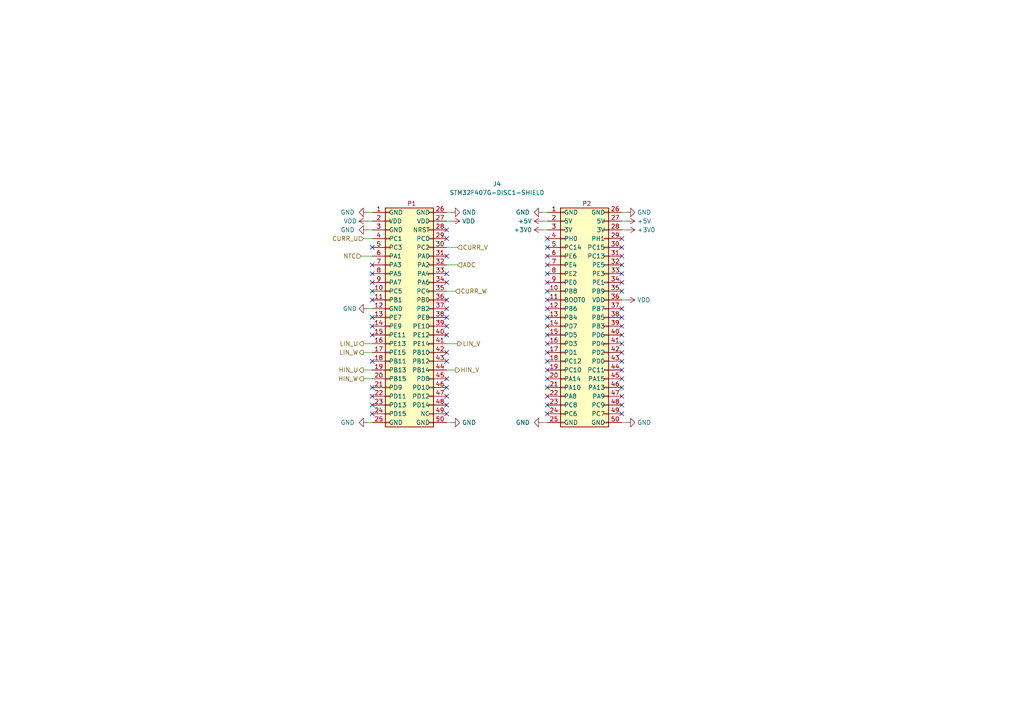
<source format=kicad_sch>
(kicad_sch (version 20230121) (generator eeschema)
  (paper "A4")
  (lib_symbols
    (symbol "STM32F407G-DISC1-SHIELD_1" (pin_names (offset 1.016))
      (property "Reference" "J" (at 0 38.1 0))
      (property "Value" "STM32F407G-DISC1-SHIELD" (at 1.27 -40.64 0))
      (symbol "STM32F407G-DISC1-SHIELD_1_1_1"
        (rectangle (start -34.29 -30.353) (end -33.02 -30.607) (stroke (width 0.1524)))
        (rectangle (start -34.29 -27.813) (end -33.02 -28.067) (stroke (width 0.1524)))
        (rectangle (start -34.29 -25.273) (end -33.02 -25.527) (stroke (width 0.1524)))
        (rectangle (start -34.29 -22.733) (end -33.02 -22.987) (stroke (width 0.1524)))
        (rectangle (start -34.29 -20.193) (end -33.02 -20.447) (stroke (width 0.1524)))
        (rectangle (start -34.29 -17.653) (end -33.02 -17.907) (stroke (width 0.1524)))
        (rectangle (start -34.29 -15.113) (end -33.02 -15.367) (stroke (width 0.1524)))
        (rectangle (start -34.29 -12.573) (end -33.02 -12.827) (stroke (width 0.1524)))
        (rectangle (start -34.29 -10.033) (end -33.02 -10.287) (stroke (width 0.1524)))
        (rectangle (start -34.29 -7.493) (end -33.02 -7.747) (stroke (width 0.1524)))
        (rectangle (start -34.29 -4.953) (end -33.02 -5.207) (stroke (width 0.1524)))
        (rectangle (start -34.29 -2.413) (end -33.02 -2.667) (stroke (width 0.1524)))
        (rectangle (start -34.29 0.127) (end -33.02 -0.127) (stroke (width 0.1524)))
        (rectangle (start -34.29 2.667) (end -33.02 2.413) (stroke (width 0.1524)))
        (rectangle (start -34.29 5.207) (end -33.02 4.953) (stroke (width 0.1524)))
        (rectangle (start -34.29 7.747) (end -33.02 7.493) (stroke (width 0.1524)))
        (rectangle (start -34.29 10.287) (end -33.02 10.033) (stroke (width 0.1524)))
        (rectangle (start -34.29 12.827) (end -33.02 12.573) (stroke (width 0.1524)))
        (rectangle (start -34.29 15.367) (end -33.02 15.113) (stroke (width 0.1524)))
        (rectangle (start -34.29 17.907) (end -33.02 17.653) (stroke (width 0.1524)))
        (rectangle (start -34.29 20.447) (end -33.02 20.193) (stroke (width 0.1524)))
        (rectangle (start -34.29 22.987) (end -33.02 22.733) (stroke (width 0.1524)))
        (rectangle (start -34.29 25.527) (end -33.02 25.273) (stroke (width 0.1524)))
        (rectangle (start -34.29 28.067) (end -33.02 27.813) (stroke (width 0.1524)))
        (rectangle (start -34.29 30.607) (end -33.02 30.353) (stroke (width 0.1524)))
        (rectangle (start -34.29 31.75) (end -20.32 -31.75) (stroke (width 0.254)) (fill (type background)))
        (rectangle (start -21.59 -12.573) (end -20.32 -12.827) (stroke (width 0.1524)))
        (rectangle (start -20.32 -30.353) (end -21.59 -30.607) (stroke (width 0.1524)))
        (rectangle (start -20.32 -27.813) (end -21.59 -28.067) (stroke (width 0.1524)))
        (rectangle (start -20.32 -25.273) (end -21.59 -25.527) (stroke (width 0.1524)))
        (rectangle (start -20.32 -22.733) (end -21.59 -22.987) (stroke (width 0.1524)))
        (rectangle (start -20.32 -20.193) (end -21.59 -20.447) (stroke (width 0.1524)))
        (rectangle (start -20.32 -17.653) (end -21.59 -17.907) (stroke (width 0.1524)))
        (rectangle (start -20.32 -15.113) (end -21.59 -15.367) (stroke (width 0.1524)))
        (rectangle (start -20.32 -10.033) (end -21.59 -10.287) (stroke (width 0.1524)))
        (rectangle (start -20.32 -7.493) (end -21.59 -7.747) (stroke (width 0.1524)))
        (rectangle (start -20.32 -4.953) (end -21.59 -5.207) (stroke (width 0.1524)))
        (rectangle (start -20.32 -2.413) (end -21.59 -2.667) (stroke (width 0.1524)))
        (rectangle (start -20.32 0.127) (end -21.59 -0.127) (stroke (width 0.1524)))
        (rectangle (start -20.32 2.667) (end -21.59 2.413) (stroke (width 0.1524)))
        (rectangle (start -20.32 5.207) (end -21.59 4.953) (stroke (width 0.1524)))
        (rectangle (start -20.32 7.747) (end -21.59 7.493) (stroke (width 0.1524)))
        (rectangle (start -20.32 10.287) (end -21.59 10.033) (stroke (width 0.1524)))
        (rectangle (start -20.32 12.827) (end -21.59 12.573) (stroke (width 0.1524)))
        (rectangle (start -20.32 15.367) (end -21.59 15.113) (stroke (width 0.1524)))
        (rectangle (start -20.32 17.907) (end -21.59 17.653) (stroke (width 0.1524)))
        (rectangle (start -20.32 20.447) (end -21.59 20.193) (stroke (width 0.1524)))
        (rectangle (start -20.32 22.987) (end -21.59 22.733) (stroke (width 0.1524)))
        (rectangle (start -20.32 25.527) (end -21.59 25.273) (stroke (width 0.1524)))
        (rectangle (start -20.32 28.067) (end -21.59 27.813) (stroke (width 0.1524)))
        (rectangle (start -20.32 30.607) (end -21.59 30.353) (stroke (width 0.1524)))
        (rectangle (start 16.51 -30.353) (end 17.78 -30.607) (stroke (width 0.1524)))
        (rectangle (start 16.51 -27.813) (end 17.78 -28.067) (stroke (width 0.1524)))
        (rectangle (start 16.51 -25.273) (end 17.78 -25.527) (stroke (width 0.1524)))
        (rectangle (start 16.51 -22.733) (end 17.78 -22.987) (stroke (width 0.1524)))
        (rectangle (start 16.51 -20.193) (end 17.78 -20.447) (stroke (width 0.1524)))
        (rectangle (start 16.51 -17.653) (end 17.78 -17.907) (stroke (width 0.1524)))
        (rectangle (start 16.51 -15.113) (end 17.78 -15.367) (stroke (width 0.1524)))
        (rectangle (start 16.51 -12.573) (end 17.78 -12.827) (stroke (width 0.1524)))
        (rectangle (start 16.51 -10.033) (end 17.78 -10.287) (stroke (width 0.1524)))
        (rectangle (start 16.51 -7.493) (end 17.78 -7.747) (stroke (width 0.1524)))
        (rectangle (start 16.51 -4.953) (end 17.78 -5.207) (stroke (width 0.1524)))
        (rectangle (start 16.51 -2.413) (end 17.78 -2.667) (stroke (width 0.1524)))
        (rectangle (start 16.51 0.127) (end 17.78 -0.127) (stroke (width 0.1524)))
        (rectangle (start 16.51 2.667) (end 17.78 2.413) (stroke (width 0.1524)))
        (rectangle (start 16.51 5.207) (end 17.78 4.953) (stroke (width 0.1524)))
        (rectangle (start 16.51 7.747) (end 17.78 7.493) (stroke (width 0.1524)))
        (rectangle (start 16.51 10.287) (end 17.78 10.033) (stroke (width 0.1524)))
        (rectangle (start 16.51 12.827) (end 17.78 12.573) (stroke (width 0.1524)))
        (rectangle (start 16.51 15.367) (end 17.78 15.113) (stroke (width 0.1524)))
        (rectangle (start 16.51 17.907) (end 17.78 17.653) (stroke (width 0.1524)))
        (rectangle (start 16.51 20.447) (end 17.78 20.193) (stroke (width 0.1524)))
        (rectangle (start 16.51 22.987) (end 17.78 22.733) (stroke (width 0.1524)))
        (rectangle (start 16.51 25.527) (end 17.78 25.273) (stroke (width 0.1524)))
        (rectangle (start 16.51 28.067) (end 17.78 27.813) (stroke (width 0.1524)))
        (rectangle (start 16.51 30.607) (end 17.78 30.353) (stroke (width 0.1524)))
        (rectangle (start 16.51 31.75) (end 30.48 -31.75) (stroke (width 0.254)) (fill (type background)))
        (rectangle (start 30.48 -30.353) (end 29.21 -30.607) (stroke (width 0.1524)))
        (rectangle (start 30.48 -27.813) (end 29.21 -28.067) (stroke (width 0.1524)))
        (rectangle (start 30.48 -25.273) (end 29.21 -25.527) (stroke (width 0.1524)))
        (rectangle (start 30.48 -22.733) (end 29.21 -22.987) (stroke (width 0.1524)))
        (rectangle (start 30.48 -20.193) (end 29.21 -20.447) (stroke (width 0.1524)))
        (rectangle (start 30.48 -17.653) (end 29.21 -17.907) (stroke (width 0.1524)))
        (rectangle (start 30.48 -15.113) (end 29.21 -15.367) (stroke (width 0.1524)))
        (rectangle (start 30.48 -12.573) (end 29.21 -12.827) (stroke (width 0.1524)))
        (rectangle (start 30.48 -10.033) (end 29.21 -10.287) (stroke (width 0.1524)))
        (rectangle (start 30.48 -7.493) (end 29.21 -7.747) (stroke (width 0.1524)))
        (rectangle (start 30.48 -4.953) (end 29.21 -5.207) (stroke (width 0.1524)))
        (rectangle (start 30.48 -2.413) (end 29.21 -2.667) (stroke (width 0.1524)))
        (rectangle (start 30.48 0.127) (end 29.21 -0.127) (stroke (width 0.1524)))
        (rectangle (start 30.48 2.667) (end 29.21 2.413) (stroke (width 0.1524)))
        (rectangle (start 30.48 5.207) (end 29.21 4.953) (stroke (width 0.1524)))
        (rectangle (start 30.48 7.747) (end 29.21 7.493) (stroke (width 0.1524)))
        (rectangle (start 30.48 10.287) (end 29.21 10.033) (stroke (width 0.1524)))
        (rectangle (start 30.48 12.827) (end 29.21 12.573) (stroke (width 0.1524)))
        (rectangle (start 30.48 15.367) (end 29.21 15.113) (stroke (width 0.1524)))
        (rectangle (start 30.48 17.907) (end 29.21 17.653) (stroke (width 0.1524)))
        (rectangle (start 30.48 20.447) (end 29.21 20.193) (stroke (width 0.1524)))
        (rectangle (start 30.48 22.987) (end 29.21 22.733) (stroke (width 0.1524)))
        (rectangle (start 30.48 25.527) (end 29.21 25.273) (stroke (width 0.1524)))
        (rectangle (start 30.48 28.067) (end 29.21 27.813) (stroke (width 0.1524)))
        (rectangle (start 30.48 30.607) (end 29.21 30.353) (stroke (width 0.1524)))
        (text "P1" (at -26.67 33.02 0) (effects (font (size 1.27 1.27))))
        (text "P2" (at 24.13 33.02 0) (effects (font (size 1.27 1.27))))
        (pin passive line (at -38.1 30.48 0) (length 3.81) (name "GND") (number "1"))
        (pin passive line (at 12.7 30.48 0) (length 3.81) (name "GND") (number "1"))
        (pin passive line (at 12.7 7.62 0) (length 3.81) (name "PB8") (number "10"))
        (pin passive line (at -38.1 7.62 0) (length 3.81) (name "PC5") (number "10"))
        (pin passive line (at 12.7 5.08 0) (length 3.81) (name "BOOT0") (number "11"))
        (pin passive line (at -38.1 5.08 0) (length 3.81) (name "PB1") (number "11"))
        (pin passive line (at -38.1 2.54 0) (length 3.81) (name "GND") (number "12"))
        (pin passive line (at 12.7 2.54 0) (length 3.81) (name "PB6") (number "12"))
        (pin passive line (at 12.7 0 0) (length 3.81) (name "PB4") (number "13"))
        (pin passive line (at -38.1 0 0) (length 3.81) (name "PE7") (number "13"))
        (pin passive line (at 12.7 -2.54 0) (length 3.81) (name "PD7") (number "14"))
        (pin passive line (at -38.1 -2.54 0) (length 3.81) (name "PE9") (number "14"))
        (pin passive line (at 12.7 -5.08 0) (length 3.81) (name "PD5") (number "15"))
        (pin passive line (at -38.1 -5.08 0) (length 3.81) (name "PE11") (number "15"))
        (pin passive line (at 12.7 -7.62 0) (length 3.81) (name "PD3") (number "16"))
        (pin passive line (at -38.1 -7.62 0) (length 3.81) (name "PE13") (number "16"))
        (pin passive line (at 12.7 -10.16 0) (length 3.81) (name "PD1") (number "17"))
        (pin passive line (at -38.1 -10.16 0) (length 3.81) (name "PE15") (number "17"))
        (pin passive line (at -38.1 -12.7 0) (length 3.81) (name "PB11") (number "18"))
        (pin passive line (at 12.7 -12.7 0) (length 3.81) (name "PC12") (number "18"))
        (pin passive line (at -38.1 -15.24 0) (length 3.81) (name "PB13") (number "19"))
        (pin passive line (at 12.7 -15.24 0) (length 3.81) (name "PC10") (number "19"))
        (pin passive line (at 12.7 27.94 0) (length 3.81) (name "5V") (number "2"))
        (pin passive line (at -38.1 27.94 0) (length 3.81) (name "VDD") (number "2"))
        (pin passive line (at 12.7 -17.78 0) (length 3.81) (name "PA14") (number "20"))
        (pin passive line (at -38.1 -17.78 0) (length 3.81) (name "PB15") (number "20"))
        (pin passive line (at 12.7 -20.32 0) (length 3.81) (name "PA10") (number "21"))
        (pin passive line (at -38.1 -20.32 0) (length 3.81) (name "PD9") (number "21"))
        (pin passive line (at 12.7 -22.86 0) (length 3.81) (name "PA8") (number "22"))
        (pin passive line (at -38.1 -22.86 0) (length 3.81) (name "PD11") (number "22"))
        (pin passive line (at 12.7 -25.4 0) (length 3.81) (name "PC8") (number "23"))
        (pin passive line (at -38.1 -25.4 0) (length 3.81) (name "PD13") (number "23"))
        (pin passive line (at 12.7 -27.94 0) (length 3.81) (name "PC6") (number "24"))
        (pin passive line (at -38.1 -27.94 0) (length 3.81) (name "PD15") (number "24"))
        (pin passive line (at -38.1 -30.48 0) (length 3.81) (name "GND") (number "25"))
        (pin passive line (at 12.7 -30.48 0) (length 3.81) (name "GND") (number "25"))
        (pin passive line (at -16.51 30.48 180) (length 3.81) (name "GND") (number "26"))
        (pin passive line (at 34.29 30.48 180) (length 3.81) (name "GND") (number "26"))
        (pin passive line (at 34.29 27.94 180) (length 3.81) (name "5V") (number "27"))
        (pin passive line (at -16.51 27.94 180) (length 3.81) (name "VDD") (number "27"))
        (pin passive line (at 34.29 25.4 180) (length 3.81) (name "3V") (number "28"))
        (pin passive line (at -16.51 25.4 180) (length 3.81) (name "NRST") (number "28"))
        (pin passive line (at -16.51 22.86 180) (length 3.81) (name "PC0") (number "29"))
        (pin passive line (at 34.29 22.86 180) (length 3.81) (name "PH1") (number "29"))
        (pin passive line (at 12.7 25.4 0) (length 3.81) (name "3V") (number "3"))
        (pin passive line (at -38.1 25.4 0) (length 3.81) (name "GND") (number "3"))
        (pin passive line (at 34.29 20.32 180) (length 3.81) (name "PC15") (number "30"))
        (pin passive line (at -16.51 20.32 180) (length 3.81) (name "PC2") (number "30"))
        (pin passive line (at -16.51 17.78 180) (length 3.81) (name "PA0") (number "31"))
        (pin passive line (at 34.29 17.78 180) (length 3.81) (name "PC13") (number "31"))
        (pin passive line (at -16.51 15.24 180) (length 3.81) (name "PA2") (number "32"))
        (pin passive line (at 34.29 15.24 180) (length 3.81) (name "PE5") (number "32"))
        (pin passive line (at -16.51 12.7 180) (length 3.81) (name "PA4") (number "33"))
        (pin passive line (at 34.29 12.7 180) (length 3.81) (name "PE3") (number "33"))
        (pin passive line (at -16.51 10.16 180) (length 3.81) (name "PA6") (number "34"))
        (pin passive line (at 34.29 10.16 180) (length 3.81) (name "PE1") (number "34"))
        (pin passive line (at 34.29 7.62 180) (length 3.81) (name "PB9") (number "35"))
        (pin passive line (at -16.51 7.62 180) (length 3.81) (name "PC4") (number "35"))
        (pin passive line (at -16.51 5.08 180) (length 3.81) (name "PB0") (number "36"))
        (pin passive line (at 34.29 5.08 180) (length 3.81) (name "VDD") (number "36"))
        (pin passive line (at -16.51 2.54 180) (length 3.81) (name "PB2") (number "37"))
        (pin passive line (at 34.29 2.54 180) (length 3.81) (name "PB7") (number "37"))
        (pin passive line (at 34.29 0 180) (length 3.81) (name "PB5") (number "38"))
        (pin passive line (at -16.51 0 180) (length 3.81) (name "PE8") (number "38"))
        (pin passive line (at 34.29 -2.54 180) (length 3.81) (name "PB3") (number "39"))
        (pin passive line (at -16.51 -2.54 180) (length 3.81) (name "PE10") (number "39"))
        (pin passive line (at -38.1 22.86 0) (length 3.81) (name "PC1") (number "4"))
        (pin passive line (at 12.7 22.86 0) (length 3.81) (name "PH0") (number "4"))
        (pin passive line (at 34.29 -5.08 180) (length 3.81) (name "PD6") (number "40"))
        (pin passive line (at -16.51 -5.08 180) (length 3.81) (name "PE12") (number "40"))
        (pin passive line (at 34.29 -7.62 180) (length 3.81) (name "PD4") (number "41"))
        (pin passive line (at -16.51 -7.62 180) (length 3.81) (name "PE14") (number "41"))
        (pin passive line (at -16.51 -10.16 180) (length 3.81) (name "PB10") (number "42"))
        (pin passive line (at 34.29 -10.16 180) (length 3.81) (name "PD2") (number "42"))
        (pin passive line (at -16.51 -12.7 180) (length 3.81) (name "PB12") (number "43"))
        (pin passive line (at 34.29 -12.7 180) (length 3.81) (name "PD0") (number "43"))
        (pin passive line (at -16.51 -15.24 180) (length 3.81) (name "PB14") (number "44"))
        (pin passive line (at 34.29 -15.24 180) (length 3.81) (name "PC11") (number "44"))
        (pin passive line (at 34.29 -17.78 180) (length 3.81) (name "PA15") (number "45"))
        (pin passive line (at -16.51 -17.78 180) (length 3.81) (name "PD8") (number "45"))
        (pin passive line (at 34.29 -20.32 180) (length 3.81) (name "PA13") (number "46"))
        (pin passive line (at -16.51 -20.32 180) (length 3.81) (name "PD10") (number "46"))
        (pin passive line (at 34.29 -22.86 180) (length 3.81) (name "PA9") (number "47"))
        (pin passive line (at -16.51 -22.86 180) (length 3.81) (name "PD12") (number "47"))
        (pin passive line (at 34.29 -25.4 180) (length 3.81) (name "PC9") (number "48"))
        (pin passive line (at -16.51 -25.4 180) (length 3.81) (name "PD14") (number "48"))
        (pin passive line (at -16.51 -27.94 180) (length 3.81) (name "NC") (number "49"))
        (pin passive line (at 34.29 -27.94 180) (length 3.81) (name "PC7") (number "49"))
        (pin passive line (at 12.7 20.32 0) (length 3.81) (name "PC14") (number "5"))
        (pin passive line (at -38.1 20.32 0) (length 3.81) (name "PC3") (number "5"))
        (pin passive line (at -16.51 -30.48 180) (length 3.81) (name "GND") (number "50"))
        (pin passive line (at 34.29 -30.48 180) (length 3.81) (name "GND") (number "50"))
        (pin passive line (at -38.1 17.78 0) (length 3.81) (name "PA1") (number "6"))
        (pin passive line (at 12.7 17.78 0) (length 3.81) (name "PE6") (number "6"))
        (pin passive line (at -38.1 15.24 0) (length 3.81) (name "PA3") (number "7"))
        (pin passive line (at 12.7 15.24 0) (length 3.81) (name "PE4") (number "7"))
        (pin passive line (at -38.1 12.7 0) (length 3.81) (name "PA5") (number "8"))
        (pin passive line (at 12.7 12.7 0) (length 3.81) (name "PE2") (number "8"))
        (pin passive line (at -38.1 10.16 0) (length 3.81) (name "PA7") (number "9"))
        (pin passive line (at 12.7 10.16 0) (length 3.81) (name "PE0") (number "9"))
      )
    )
    (symbol "power:+3V0" (power) (pin_names (offset 0))
      (property "Value" "+3V0" (at 0 3.556 0))
      (symbol "+3V0_0_1"
        (polyline (pts (xy -0.762 1.27) (xy 0 2.54)))
        (polyline (pts (xy 0 0) (xy 0 2.54)))
        (polyline (pts (xy 0 2.54) (xy 0.762 1.27)))
      )
      (symbol "+3V0_1_1"
        (pin power_in line (at 0 0 90) (length 0) hide (name "+3V0") (number "1"))
      )
    )
    (symbol "power:+5V" (power) (pin_names (offset 0))
      (property "Value" "+5V" (at 0 3.556 0))
      (symbol "+5V_0_1"
        (polyline (pts (xy -0.762 1.27) (xy 0 2.54)))
        (polyline (pts (xy 0 0) (xy 0 2.54)))
        (polyline (pts (xy 0 2.54) (xy 0.762 1.27)))
      )
      (symbol "+5V_1_1"
        (pin power_in line (at 0 0 90) (length 0) hide (name "+5V") (number "1"))
      )
    )
    (symbol "power:GND" (power) (pin_names (offset 0))
      (property "Value" "GND" (at 0 -3.81 0))
      (symbol "GND_0_1"
        (polyline (pts (xy 0 0) (xy 0 -1.27) (xy 1.27 -1.27) (xy 0 -2.54) (xy -1.27 -1.27) (xy 0 -1.27)))
      )
      (symbol "GND_1_1"
        (pin power_in line (at 0 0 270) (length 0) hide (name "GND") (number "1"))
      )
    )
    (symbol "power:VDD" (power) (pin_names (offset 0))
      (property "Value" "VDD" (at 0 3.81 0))
      (symbol "VDD_0_1"
        (polyline (pts (xy -0.762 1.27) (xy 0 2.54)))
        (polyline (pts (xy 0 0) (xy 0 2.54)))
        (polyline (pts (xy 0 2.54) (xy 0.762 1.27)))
      )
      (symbol "VDD_1_1"
        (pin power_in line (at 0 0 90) (length 0) hide (name "VDD") (number "1"))
      )
    )
  )
  (no_connect (at 180.34 104.775))
  (no_connect (at 158.75 94.615))
  (no_connect (at 129.54 114.935))
  (no_connect (at 129.54 104.775))
  (no_connect (at 180.34 84.455))
  (no_connect (at 180.34 114.935))
  (no_connect (at 129.54 86.995))
  (no_connect (at 180.34 74.295))
  (no_connect (at 158.75 81.915))
  (no_connect (at 129.54 109.855))
  (no_connect (at 158.75 104.775))
  (no_connect (at 158.75 117.475))
  (no_connect (at 129.54 81.915))
  (no_connect (at 129.54 120.015))
  (no_connect (at 158.75 69.215))
  (no_connect (at 107.95 76.835))
  (no_connect (at 107.95 97.155))
  (no_connect (at 129.54 69.215))
  (no_connect (at 158.75 79.375))
  (no_connect (at 180.34 81.915))
  (no_connect (at 129.54 89.535))
  (no_connect (at 158.75 114.935))
  (no_connect (at 158.75 120.015))
  (no_connect (at 158.75 112.395))
  (no_connect (at 107.95 114.935))
  (no_connect (at 107.95 117.475))
  (no_connect (at 180.34 79.375))
  (no_connect (at 107.95 94.615))
  (no_connect (at 180.34 76.835))
  (no_connect (at 129.54 97.155))
  (no_connect (at 180.34 109.855))
  (no_connect (at 180.34 94.615))
  (no_connect (at 129.54 117.475))
  (no_connect (at 180.34 92.075))
  (no_connect (at 180.34 112.395))
  (no_connect (at 107.95 81.915))
  (no_connect (at 129.54 74.295))
  (no_connect (at 180.34 117.475))
  (no_connect (at 158.75 76.835))
  (no_connect (at 107.95 104.775))
  (no_connect (at 180.34 120.015))
  (no_connect (at 129.54 112.395))
  (no_connect (at 107.95 79.375))
  (no_connect (at 180.34 69.215))
  (no_connect (at 158.75 107.315))
  (no_connect (at 107.95 112.395))
  (no_connect (at 129.54 94.615))
  (no_connect (at 180.34 102.235))
  (no_connect (at 107.95 92.075))
  (no_connect (at 158.75 84.455))
  (no_connect (at 158.75 89.535))
  (no_connect (at 107.95 71.755))
  (no_connect (at 158.75 102.235))
  (no_connect (at 107.95 84.455))
  (no_connect (at 180.34 71.755))
  (no_connect (at 107.95 86.995))
  (no_connect (at 129.54 102.235))
  (no_connect (at 180.34 89.535))
  (no_connect (at 158.75 74.295))
  (no_connect (at 129.54 66.675))
  (no_connect (at 129.54 79.375))
  (no_connect (at 107.95 120.015))
  (no_connect (at 158.75 71.755))
  (no_connect (at 158.75 99.695))
  (no_connect (at 180.34 97.155))
  (no_connect (at 158.75 97.155))
  (no_connect (at 129.54 92.075))
  (no_connect (at 180.34 107.315))
  (no_connect (at 158.75 109.855))
  (no_connect (at 180.34 99.695))
  (no_connect (at 158.75 92.075))
  (no_connect (at 158.75 86.995))
  (wire (pts (xy 129.54 64.135) (xy 130.81 64.135)))
  (wire (pts (xy 105.41 109.855) (xy 107.95 109.855)))
  (wire (pts (xy 180.34 64.135) (xy 181.61 64.135)))
  (wire (pts (xy 105.41 107.315) (xy 107.95 107.315)))
  (wire (pts (xy 180.34 122.555) (xy 181.61 122.555)))
  (wire (pts (xy 180.34 66.675) (xy 181.61 66.675)))
  (wire (pts (xy 157.48 66.675) (xy 158.75 66.675)))
  (wire (pts (xy 105.41 99.695) (xy 107.95 99.695)))
  (wire (pts (xy 157.48 61.595) (xy 158.75 61.595)))
  (wire (pts (xy 157.48 122.555) (xy 158.75 122.555)))
  (wire (pts (xy 180.34 61.595) (xy 181.61 61.595)))
  (wire (pts (xy 129.54 99.695) (xy 132.715 99.695)))
  (wire (pts (xy 129.54 84.455) (xy 132.08 84.455)))
  (wire (pts (xy 180.34 86.995) (xy 181.61 86.995)))
  (wire (pts (xy 104.775 74.295) (xy 107.95 74.295)))
  (wire (pts (xy 106.68 64.135) (xy 107.95 64.135)))
  (wire (pts (xy 129.54 76.835) (xy 132.715 76.835)))
  (wire (pts (xy 106.68 61.595) (xy 107.95 61.595)))
  (wire (pts (xy 129.54 71.755) (xy 132.715 71.755)))
  (wire (pts (xy 129.54 122.555) (xy 130.81 122.555)))
  (wire (pts (xy 130.81 61.595) (xy 129.54 61.595)))
  (wire (pts (xy 157.48 64.135) (xy 158.75 64.135)))
  (wire (pts (xy 129.54 107.315) (xy 132.08 107.315)))
  (wire (pts (xy 106.68 89.535) (xy 107.95 89.535)))
  (wire (pts (xy 105.41 102.235) (xy 107.95 102.235)))
  (wire (pts (xy 106.68 66.675) (xy 107.95 66.675)))
  (wire (pts (xy 106.68 122.555) (xy 107.95 122.555)))
  (wire (pts (xy 105.41 69.215) (xy 107.95 69.215)))
  (hierarchical_label "HIN_W" (shape output) (at 105.41 109.855 180))
  (hierarchical_label "NTC" (shape input) (at 104.775 74.295 180))
  (hierarchical_label "CURR_V" (shape input) (at 132.715 71.755 0))
  (hierarchical_label "LIN_U" (shape output) (at 105.41 99.695 180))
  (hierarchical_label "HIN_V" (shape output) (at 132.08 107.315 0))
  (hierarchical_label "CURR_W" (shape input) (at 132.08 84.455 0))
  (hierarchical_label "LIN_W" (shape output) (at 105.41 102.235 180))
  (hierarchical_label "ADC" (shape input) (at 132.715 76.835 0))
  (hierarchical_label "HIN_U" (shape output) (at 105.41 107.315 180))
  (hierarchical_label "LIN_V" (shape output) (at 132.715 99.695 0))
  (hierarchical_label "CURR_U" (shape input) (at 105.41 69.215 180))
  (symbol (lib_name "STM32F407G-DISC1-SHIELD_1") (lib_id "Custom:STM32F407G-DISC1-SHIELD") (at 146.05 92.075 0) (unit 1)
    (property "Reference" "J4" (at 144.145 53.34 0))
    (property "Value" "STM32F407G-DISC1-SHIELD" (at 144.145 55.88 0))
    (instances (project "Main" (path "" (reference "J4") (unit 1)) (path "" (reference "J1") (unit 1))))
  )
  (symbol (lib_id "power:GND") (at 106.68 61.595 270) (unit 1)
    (property "Reference" "#PWR02" (effects hide))
    (property "Value" "GND" (at 102.87 61.595 90) (effects (justify right)))
    (instances (project "Main" (path "" (reference "#PWR02") (unit 1)) (path "" (reference "#PWR01") (unit 1))))
  )
  (symbol (lib_id "power:+3V0") (at 157.48 66.675 90) (unit 1)
    (property "Reference" "#PWR017" (effects hide))
    (property "Value" "+3V0" (at 154.305 66.675 90) (effects (justify left)))
    (instances (project "Main" (path "" (reference "#PWR017") (unit 1)) (path "" (reference "#PWR011") (unit 1))))
  )
  (symbol (lib_id "power:VDD") (at 106.68 64.135 90) (unit 1)
    (property "Reference" "#PWR010" (effects hide))
    (property "Value" "VDD" (at 103.505 64.135 90) (effects (justify left)))
    (instances (project "Main" (path "" (reference "#PWR010") (unit 1)) (path "" (reference "#PWR02") (unit 1))))
  )
  (symbol (lib_id "power:GND") (at 106.68 89.535 270) (unit 1)
    (property "Reference" "#PWR09" (effects hide))
    (property "Value" "GND" (at 103.505 89.535 90) (effects (justify right)))
    (instances (project "Main" (path "" (reference "#PWR09") (unit 1)) (path "" (reference "#PWR04") (unit 1))))
  )
  (symbol (lib_id "power:VDD") (at 130.81 64.135 270) (unit 1)
    (property "Reference" "#PWR011" (effects hide))
    (property "Value" "VDD" (at 133.985 64.135 90) (effects (justify left)))
    (instances (project "Main" (path "" (reference "#PWR011") (unit 1)) (path "" (reference "#PWR07") (unit 1))))
  )
  (symbol (lib_id "power:GND") (at 130.81 122.555 90) (unit 1)
    (property "Reference" "#PWR04" (effects hide))
    (property "Value" "GND" (at 133.985 122.555 90) (effects (justify right)))
    (instances (project "Main" (path "" (reference "#PWR04") (unit 1)) (path "" (reference "#PWR08") (unit 1))))
  )
  (symbol (lib_id "power:VDD") (at 181.61 86.995 270) (unit 1)
    (property "Reference" "#PWR013" (effects hide))
    (property "Value" "VDD" (at 184.785 86.995 90) (effects (justify left)))
    (instances (project "Main" (path "" (reference "#PWR013") (unit 1)) (path "" (reference "#PWR016") (unit 1))))
  )
  (symbol (lib_id "power:GND") (at 181.61 122.555 90) (unit 1)
    (property "Reference" "#PWR08" (effects hide))
    (property "Value" "GND" (at 184.785 122.555 90) (effects (justify right)))
    (instances (project "Main" (path "" (reference "#PWR08") (unit 1)) (path "" (reference "#PWR017") (unit 1))))
  )
  (symbol (lib_id "power:GND") (at 106.68 122.555 270) (unit 1)
    (property "Reference" "#PWR03" (effects hide))
    (property "Value" "GND" (at 102.87 122.555 90) (effects (justify right)))
    (instances (project "Main" (path "" (reference "#PWR03") (unit 1)) (path "" (reference "#PWR05") (unit 1))))
  )
  (symbol (lib_id "power:+3V0") (at 181.61 66.675 270) (unit 1)
    (property "Reference" "#PWR016" (effects hide))
    (property "Value" "+3V0" (at 184.785 66.675 90) (effects (justify left)))
    (instances (project "Main" (path "" (reference "#PWR016") (unit 1)) (path "" (reference "#PWR015") (unit 1))))
  )
  (symbol (lib_id "power:GND") (at 130.81 61.595 90) (unit 1)
    (property "Reference" "#PWR01" (effects hide))
    (property "Value" "GND" (at 133.985 61.595 90) (effects (justify right)))
    (instances (project "Main" (path "" (reference "#PWR01") (unit 1)) (path "" (reference "#PWR06") (unit 1))))
  )
  (symbol (lib_id "power:+5V") (at 157.48 64.135 90) (unit 1)
    (property "Reference" "#PWR015" (effects hide))
    (property "Value" "+5V" (at 154.305 64.135 90) (effects (justify left)))
    (instances (project "Main" (path "" (reference "#PWR015") (unit 1)) (path "" (reference "#PWR010") (unit 1))))
  )
  (symbol (lib_id "power:GND") (at 157.48 61.595 270) (unit 1)
    (property "Reference" "#PWR05" (effects hide))
    (property "Value" "GND" (at 153.67 61.595 90) (effects (justify right)))
    (instances (project "Main" (path "" (reference "#PWR05") (unit 1)) (path "" (reference "#PWR09") (unit 1))))
  )
  (symbol (lib_id "power:GND") (at 157.48 122.555 270) (unit 1)
    (property "Reference" "#PWR07" (effects hide))
    (property "Value" "GND" (at 153.67 122.555 90) (effects (justify right)))
    (instances (project "Main" (path "" (reference "#PWR07") (unit 1)) (path "" (reference "#PWR012") (unit 1))))
  )
  (symbol (lib_id "power:+5V") (at 181.61 64.135 270) (unit 1)
    (property "Reference" "#PWR014" (effects hide))
    (property "Value" "+5V" (at 184.785 64.135 90) (effects (justify left)))
  )
  (symbol (lib_id "power:GND") (at 106.68 66.675 270) (unit 1)
    (property "Reference" "#PWR012" (effects hide))
    (property "Value" "GND" (at 102.87 66.675 90) (effects (justify right)))
    (instances (project "Main" (path "" (reference "#PWR012") (unit 1)) (path "" (reference "#PWR03") (unit 1))))
  )
  (symbol (lib_id "power:GND") (at 181.61 61.595 90) (unit 1)
    (property "Reference" "#PWR06" (effects hide))
    (property "Value" "GND" (at 184.785 61.595 90) (effects (justify right)))
    (instances (project "Main" (path "" (reference "#PWR06") (unit 1)) (path "" (reference "#PWR013") (unit 1))))
  )
)
</source>
